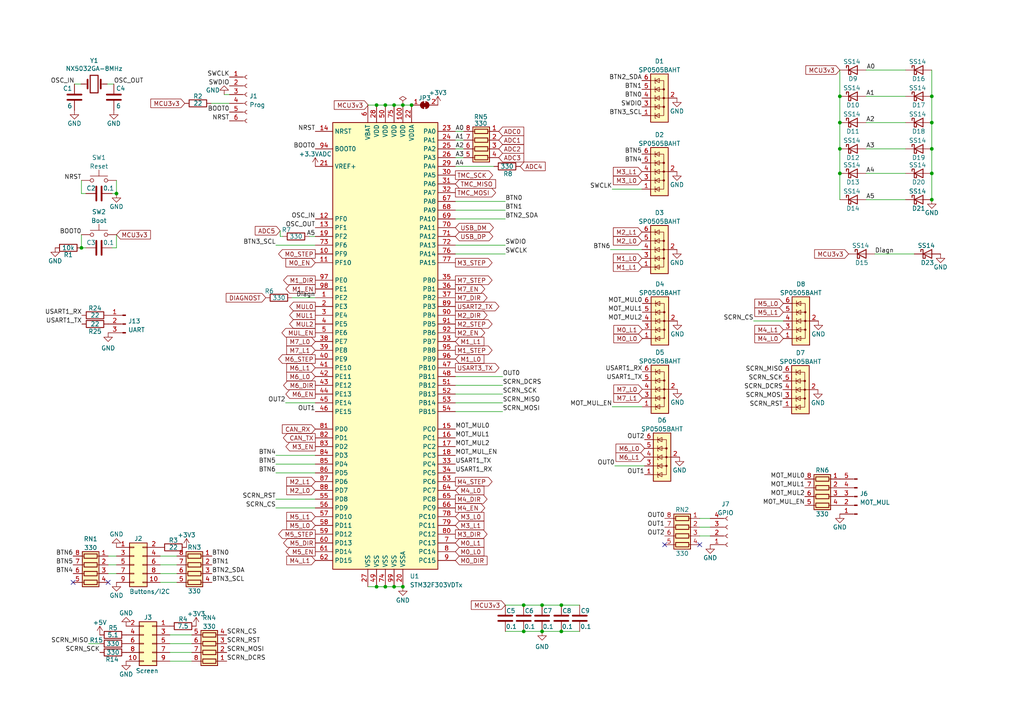
<source format=kicad_sch>
(kicad_sch (version 20211123) (generator eeschema)
  (paper "A4")
  (junction (at 151.892 175.514))
  (junction (at 23.622 71.882))
  (junction (at 243.586 27.94))
  (junction (at 270.256 43.18))
  (junction (at 157.226 183.134))
  (junction (at 109.22 170.18))
  (junction (at 116.84 170.18))
  (junction (at 111.76 30.48))
  (junction (at 119.38 30.48))
  (junction (at 157.226 175.514))
  (junction (at 243.586 43.18))
  (junction (at 243.586 35.56))
  (junction (at 109.22 30.48))
  (junction (at 270.256 35.56))
  (junction (at 114.3 30.48))
  (junction (at 162.814 175.514))
  (junction (at 111.76 170.18))
  (junction (at 114.3 170.18))
  (junction (at 33.782 56.134))
  (junction (at 270.256 57.912))
  (junction (at 270.256 50.292))
  (junction (at 151.892 183.134))
  (junction (at 270.256 27.94))
  (junction (at 162.814 183.134))
  (junction (at 243.586 50.292))
  (junction (at 116.84 30.48))
  (no_connect (at 21.209 168.91))
  (no_connect (at 31.369 168.91))
  (no_connect (at 192.786 157.988))
  (no_connect (at 202.946 157.988))
  (wire (pts (xy 270.256 35.56) (xy 270.256 43.18)))
  (wire (pts (xy 49.276 186.69) (xy 55.626 186.69)))
  (wire (pts (xy 251.206 20.32) (xy 262.636 20.32)))
  (wire (pts (xy 114.3 170.18) (xy 116.84 170.18)))
  (wire (pts (xy 84.709 86.36) (xy 91.44 86.36)))
  (wire (pts (xy 106.68 170.18) (xy 109.22 170.18)))
  (wire (pts (xy 32.512 71.882) (xy 33.782 71.882)))
  (wire (pts (xy 145.796 114.3) (xy 132.08 114.3)))
  (wire (pts (xy 46.482 163.83) (xy 51.308 163.83)))
  (wire (pts (xy 81.28 68.58) (xy 82.042 68.58)))
  (wire (pts (xy 251.206 50.292) (xy 262.636 50.292)))
  (wire (pts (xy 162.814 175.514) (xy 168.148 175.514)))
  (wire (pts (xy 80.01 134.62) (xy 91.44 134.62)))
  (wire (pts (xy 146.558 63.5) (xy 132.08 63.5)))
  (wire (pts (xy 157.226 183.134) (xy 162.814 183.134)))
  (wire (pts (xy 82.804 116.84) (xy 91.44 116.84)))
  (wire (pts (xy 243.586 50.292) (xy 243.586 57.912)))
  (wire (pts (xy 33.02 24.384) (xy 31.115 24.384)))
  (wire (pts (xy 134.493 45.72) (xy 132.08 45.72)))
  (wire (pts (xy 46.482 161.29) (xy 51.308 161.29)))
  (wire (pts (xy 23.622 56.134) (xy 23.622 52.324)))
  (wire (pts (xy 145.796 111.76) (xy 132.08 111.76)))
  (wire (pts (xy 116.84 30.48) (xy 119.38 30.48)))
  (wire (pts (xy 89.662 68.58) (xy 91.44 68.58)))
  (wire (pts (xy 251.206 57.912) (xy 262.636 57.912)))
  (wire (pts (xy 31.369 166.37) (xy 33.782 166.37)))
  (wire (pts (xy 151.892 175.514) (xy 157.226 175.514)))
  (wire (pts (xy 33.782 52.324) (xy 33.782 56.134)))
  (wire (pts (xy 65.024 27.432) (xy 66.548 27.432)))
  (wire (pts (xy 114.3 30.48) (xy 116.84 30.48)))
  (wire (pts (xy 80.01 71.12) (xy 91.44 71.12)))
  (wire (pts (xy 270.256 27.94) (xy 270.256 35.56)))
  (wire (pts (xy 251.206 43.18) (xy 262.636 43.18)))
  (wire (pts (xy 251.206 35.56) (xy 262.636 35.56)))
  (wire (pts (xy 251.206 27.94) (xy 262.636 27.94)))
  (wire (pts (xy 145.796 119.38) (xy 132.08 119.38)))
  (wire (pts (xy 134.493 43.18) (xy 132.08 43.18)))
  (wire (pts (xy 80.01 144.78) (xy 91.44 144.78)))
  (wire (pts (xy 46.482 168.91) (xy 51.308 168.91)))
  (wire (pts (xy 218.567 93.091) (xy 227.203 93.091)))
  (wire (pts (xy 109.22 30.48) (xy 111.76 30.48)))
  (wire (pts (xy 243.586 27.94) (xy 243.586 35.56)))
  (wire (pts (xy 23.622 68.072) (xy 23.622 71.882)))
  (wire (pts (xy 178.308 135.128) (xy 186.944 135.128)))
  (wire (pts (xy 49.276 184.15) (xy 55.626 184.15)))
  (wire (pts (xy 132.08 48.26) (xy 143.256 48.26)))
  (wire (pts (xy 31.369 163.83) (xy 33.782 163.83)))
  (wire (pts (xy 33.782 71.882) (xy 33.782 68.072)))
  (wire (pts (xy 202.946 152.908) (xy 205.994 152.908)))
  (wire (pts (xy 81.28 66.929) (xy 81.28 68.58)))
  (wire (pts (xy 31.369 161.29) (xy 33.782 161.29)))
  (wire (pts (xy 146.558 175.514) (xy 151.892 175.514)))
  (wire (pts (xy 253.746 73.66) (xy 265.176 73.66)))
  (wire (pts (xy 21.59 24.384) (xy 23.495 24.384)))
  (wire (pts (xy 49.276 189.23) (xy 55.626 189.23)))
  (wire (pts (xy 243.586 35.56) (xy 243.586 43.18)))
  (wire (pts (xy 151.892 183.134) (xy 157.226 183.134)))
  (wire (pts (xy 80.01 132.08) (xy 91.44 132.08)))
  (wire (pts (xy 157.226 175.514) (xy 162.814 175.514)))
  (wire (pts (xy 177.546 54.864) (xy 186.182 54.864)))
  (wire (pts (xy 202.946 150.368) (xy 205.994 150.368)))
  (wire (pts (xy 61.214 29.972) (xy 66.548 29.972)))
  (wire (pts (xy 146.558 183.134) (xy 151.892 183.134)))
  (wire (pts (xy 46.482 166.37) (xy 51.308 166.37)))
  (wire (pts (xy 177.038 72.39) (xy 186.182 72.39)))
  (wire (pts (xy 109.22 170.18) (xy 111.76 170.18)))
  (wire (pts (xy 23.622 71.882) (xy 24.892 71.882)))
  (wire (pts (xy 132.08 73.66) (xy 146.558 73.66)))
  (wire (pts (xy 202.946 155.448) (xy 205.994 155.448)))
  (wire (pts (xy 134.493 40.64) (xy 132.08 40.64)))
  (wire (pts (xy 177.546 117.983) (xy 186.309 117.983)))
  (wire (pts (xy 146.558 58.42) (xy 132.08 58.42)))
  (wire (pts (xy 270.256 20.32) (xy 270.256 27.94)))
  (wire (pts (xy 134.493 38.1) (xy 132.08 38.1)))
  (wire (pts (xy 270.256 50.292) (xy 270.256 57.912)))
  (wire (pts (xy 33.782 56.134) (xy 32.512 56.134)))
  (wire (pts (xy 132.08 71.12) (xy 146.558 71.12)))
  (wire (pts (xy 111.76 170.18) (xy 114.3 170.18)))
  (wire (pts (xy 145.796 116.84) (xy 132.08 116.84)))
  (wire (pts (xy 111.76 30.48) (xy 114.3 30.48)))
  (wire (pts (xy 49.276 191.77) (xy 55.626 191.77)))
  (wire (pts (xy 243.586 20.32) (xy 243.586 27.94)))
  (wire (pts (xy 25.654 186.69) (xy 28.956 186.69)))
  (wire (pts (xy 80.01 147.32) (xy 91.44 147.32)))
  (wire (pts (xy 80.01 137.16) (xy 91.44 137.16)))
  (wire (pts (xy 145.796 109.22) (xy 132.08 109.22)))
  (wire (pts (xy 106.68 30.48) (xy 109.22 30.48)))
  (wire (pts (xy 162.814 183.134) (xy 168.148 183.134)))
  (wire (pts (xy 24.892 56.134) (xy 23.622 56.134)))
  (wire (pts (xy 270.256 43.18) (xy 270.256 50.292)))
  (wire (pts (xy 146.558 60.96) (xy 132.08 60.96)))
  (wire (pts (xy 243.586 43.18) (xy 243.586 50.292)))
  (label "BTN0" (at 146.558 58.42 0))
  (label "USART1_TX" (at 132.08 134.62 0))
  (label "SCRN_MOSI" (at 65.786 189.23 0))
  (label "MOT_MUL1" (at 186.309 90.551 180))
  (label "BTN3_SCL" (at 80.01 71.12 180))
  (label "USART1_RX" (at 23.749 91.44 180))
  (label "SCRN_RST" (at 227.076 118.11 180))
  (label "A5" (at 91.44 68.58 180))
  (label "BTN5" (at 21.209 163.83 180))
  (label "BTN2_SDA" (at 186.182 23.368 180))
  (label "OUT0" (at 178.308 135.128 180))
  (label "NRST" (at 91.44 38.1 180))
  (label "BTN5" (at 80.01 134.62 180))
  (label "USART1_RX" (at 186.309 107.823 180))
  (label "SCRN_SCK" (at 28.956 189.23 180))
  (label "MOT_MUL_EN" (at 233.426 146.558 180))
  (label "BTN4" (at 21.209 166.37 180))
  (label "BTN0" (at 186.182 28.448 180))
  (label "SCRN_SCK" (at 145.796 114.3 0))
  (label "SCRN_DCRS" (at 227.076 113.03 180))
  (label "SWCLK" (at 177.546 54.864 180))
  (label "A0" (at 132.08 38.1 0))
  (label "BTN1" (at 146.558 60.96 0))
  (label "OSC_IN" (at 91.44 63.5 180))
  (label "MOT_MUL2" (at 186.309 93.091 180))
  (label "BTN1" (at 61.468 163.83 0))
  (label "BOOT0" (at 23.622 68.072 180))
  (label "BTN4" (at 80.01 132.08 180))
  (label "A4" (at 251.206 50.292 0))
  (label "SWCLK" (at 66.548 22.352 180))
  (label "BTN1" (at 186.182 25.908 180))
  (label "SCRN_MISO" (at 227.076 107.95 180))
  (label "A1" (at 251.206 27.94 0))
  (label "MOT_MUL1" (at 132.08 127 0))
  (label "SCRN_DCRS" (at 65.786 191.77 0))
  (label "SWCLK" (at 146.558 73.66 0))
  (label "OUT1" (at 186.944 137.668 180))
  (label "MOT_MUL0" (at 186.309 88.011 180))
  (label "SCRN_RST" (at 65.786 186.69 0))
  (label "NRST" (at 66.548 35.052 180))
  (label "Diagn" (at 91.44 86.36 180))
  (label "BTN3_SCL" (at 186.182 33.528 180))
  (label "BTN5" (at 186.182 44.704 180))
  (label "Diagn" (at 253.746 73.66 0))
  (label "MOT_MUL2" (at 233.426 144.018 180))
  (label "SCRN_MOSI" (at 227.076 115.57 180))
  (label "BTN2_SDA" (at 61.468 166.37 0))
  (label "OUT0" (at 145.796 109.22 0))
  (label "OSC_IN" (at 21.59 24.384 180))
  (label "SCRN_CS" (at 80.01 147.32 180))
  (label "SCRN_CS" (at 65.786 184.15 0))
  (label "SCRN_MISO" (at 145.796 116.84 0))
  (label "A0" (at 251.333 20.32 0))
  (label "OSC_OUT" (at 91.44 66.04 180))
  (label "MOT_MUL_EN" (at 132.08 132.08 0))
  (label "OUT2" (at 82.804 116.84 180))
  (label "A3" (at 132.08 45.72 0))
  (label "SCRN_MISO" (at 25.654 186.69 180))
  (label "BTN3_SCL" (at 61.468 168.91 0))
  (label "USART1_TX" (at 23.749 93.98 180))
  (label "A1" (at 132.08 40.64 0))
  (label "SCRN_MOSI" (at 145.796 119.38 0))
  (label "OUT2" (at 192.786 155.448 180))
  (label "SWDIO" (at 146.558 71.12 0))
  (label "USART1_RX" (at 132.08 137.16 0))
  (label "SWDIO" (at 186.182 30.988 180))
  (label "MOT_MUL1" (at 233.426 141.478 180))
  (label "SCRN_SCK" (at 227.076 110.49 180))
  (label "MOT_MUL_EN" (at 177.546 117.983 180))
  (label "BTN0" (at 61.468 161.29 0))
  (label "BOOT0" (at 91.44 43.18 180))
  (label "BOOT0" (at 66.548 32.512 180))
  (label "OUT1" (at 91.44 119.38 180))
  (label "BTN2_SDA" (at 146.558 63.5 0))
  (label "OUT2" (at 186.944 127.508 180))
  (label "SCRN_CS" (at 218.567 93.091 180))
  (label "BTN6" (at 21.209 161.29 180))
  (label "SCRN_DCRS" (at 145.796 111.76 0))
  (label "SWDIO" (at 66.548 24.892 180))
  (label "OUT1" (at 192.786 152.908 180))
  (label "OSC_OUT" (at 33.02 24.384 0))
  (label "A5" (at 251.206 57.912 0))
  (label "OUT0" (at 192.786 150.368 180))
  (label "USART1_TX" (at 186.309 110.363 180))
  (label "SCRN_RST" (at 80.01 144.78 180))
  (label "BTN6" (at 177.038 72.39 180))
  (label "BTN6" (at 80.01 137.16 180))
  (label "MOT_MUL0" (at 132.08 124.46 0))
  (label "MOT_MUL0" (at 233.426 138.938 180))
  (label "MOT_MUL2" (at 132.08 129.54 0))
  (label "BTN4" (at 186.182 47.244 180))
  (label "A4" (at 132.08 48.26 0))
  (label "A2" (at 132.08 43.18 0))
  (label "A2" (at 251.206 35.56 0))
  (label "NRST" (at 23.622 52.324 180))
  (label "A3" (at 251.206 43.18 0))
  (global_label "M0_L0" (shape input) (at 186.309 98.171 180) (property "Intersheet References" "${INTERSHEET_REFS}" (effects hide)))
  (global_label "M4_L0" (shape input) (at 132.08 142.24 0) (property "Intersheet References" "${INTERSHEET_REFS}" (effects hide)))
  (global_label "M1_DIR" (shape output) (at 91.44 81.28 180) (property "Intersheet References" "${INTERSHEET_REFS}" (effects hide)))
  (global_label "M5_L0" (shape input) (at 91.44 152.4 180) (property "Intersheet References" "${INTERSHEET_REFS}" (effects hide)))
  (global_label "M5_L1" (shape input) (at 227.203 90.551 180) (property "Intersheet References" "${INTERSHEET_REFS}" (effects hide)))
  (global_label "MUL1" (shape output) (at 91.44 91.44 180) (property "Intersheet References" "${INTERSHEET_REFS}" (effects hide)))
  (global_label "M2_L0" (shape input) (at 91.44 142.24 180) (property "Intersheet References" "${INTERSHEET_REFS}" (effects hide)))
  (global_label "M7_EN" (shape output) (at 132.08 83.82 0) (property "Intersheet References" "${INTERSHEET_REFS}" (effects hide)))
  (global_label "M5_EN" (shape output) (at 91.44 160.02 180) (property "Intersheet References" "${INTERSHEET_REFS}" (effects hide)))
  (global_label "MCU3v3" (shape input) (at 106.807 30.48 180) (property "Intersheet References" "${INTERSHEET_REFS}" (effects hide)))
  (global_label "DIAGNOST" (shape input) (at 77.089 86.36 180) (property "Intersheet References" "${INTERSHEET_REFS}" (effects hide)))
  (global_label "M1_L1" (shape input) (at 186.182 77.47 180) (property "Intersheet References" "${INTERSHEET_REFS}" (effects hide)))
  (global_label "TMC_MISO" (shape input) (at 132.08 53.34 0) (property "Intersheet References" "${INTERSHEET_REFS}" (effects hide)))
  (global_label "CAN_RX" (shape input) (at 91.44 124.46 180) (property "Intersheet References" "${INTERSHEET_REFS}" (effects hide)))
  (global_label "MCU3v3" (shape input) (at 246.126 73.66 180) (property "Intersheet References" "${INTERSHEET_REFS}" (effects hide)))
  (global_label "M6_L0" (shape input) (at 186.944 130.048 180) (property "Intersheet References" "${INTERSHEET_REFS}" (effects hide)))
  (global_label "M3_L0" (shape input) (at 186.182 52.324 180) (property "Intersheet References" "${INTERSHEET_REFS}" (effects hide)))
  (global_label "M0_EN" (shape input) (at 91.44 76.2 180) (property "Intersheet References" "${INTERSHEET_REFS}" (effects hide)))
  (global_label "M6_L1" (shape input) (at 91.44 106.68 180) (property "Intersheet References" "${INTERSHEET_REFS}" (effects hide)))
  (global_label "MCU3v3" (shape input) (at 146.558 175.514 180) (property "Intersheet References" "${INTERSHEET_REFS}" (effects hide)))
  (global_label "M5_DIR" (shape output) (at 91.44 157.48 180) (property "Intersheet References" "${INTERSHEET_REFS}" (effects hide)))
  (global_label "M3_EN" (shape output) (at 91.44 129.54 180) (property "Intersheet References" "${INTERSHEET_REFS}" (effects hide)))
  (global_label "M7_L1" (shape input) (at 91.44 101.6 180) (property "Intersheet References" "${INTERSHEET_REFS}" (effects hide)))
  (global_label "M0_STEP" (shape output) (at 91.44 73.66 180) (property "Intersheet References" "${INTERSHEET_REFS}" (effects hide)))
  (global_label "ADC4" (shape input) (at 150.876 48.26 0) (property "Intersheet References" "${INTERSHEET_REFS}" (effects hide)))
  (global_label "M7_L0" (shape input) (at 186.309 112.903 180) (property "Intersheet References" "${INTERSHEET_REFS}" (effects hide)))
  (global_label "M2_L0" (shape input) (at 186.182 69.85 180) (property "Intersheet References" "${INTERSHEET_REFS}" (effects hide)))
  (global_label "M1_L1" (shape input) (at 132.08 99.06 0) (property "Intersheet References" "${INTERSHEET_REFS}" (effects hide)))
  (global_label "ADC2" (shape input) (at 144.653 43.18 0) (property "Intersheet References" "${INTERSHEET_REFS}" (effects hide)))
  (global_label "M7_STEP" (shape output) (at 132.08 81.28 0) (property "Intersheet References" "${INTERSHEET_REFS}" (effects hide)))
  (global_label "M6_L1" (shape input) (at 186.944 132.588 180) (property "Intersheet References" "${INTERSHEET_REFS}" (effects hide)))
  (global_label "MUL0" (shape output) (at 91.44 88.9 180) (property "Intersheet References" "${INTERSHEET_REFS}" (effects hide)))
  (global_label "M2_L1" (shape input) (at 186.182 67.31 180) (property "Intersheet References" "${INTERSHEET_REFS}" (effects hide)))
  (global_label "M0_DIR" (shape input) (at 132.08 162.56 0) (property "Intersheet References" "${INTERSHEET_REFS}" (effects hide)))
  (global_label "M1_EN" (shape output) (at 91.44 83.82 180) (property "Intersheet References" "${INTERSHEET_REFS}" (effects hide)))
  (global_label "M2_L1" (shape input) (at 91.44 139.7 180) (property "Intersheet References" "${INTERSHEET_REFS}" (effects hide)))
  (global_label "M2_EN" (shape output) (at 132.08 96.52 0) (property "Intersheet References" "${INTERSHEET_REFS}" (effects hide)))
  (global_label "M2_DIR" (shape output) (at 132.08 91.44 0) (property "Intersheet References" "${INTERSHEET_REFS}" (effects hide)))
  (global_label "MCU3v3" (shape input) (at 53.594 29.972 180) (property "Intersheet References" "${INTERSHEET_REFS}" (effects hide)))
  (global_label "M3_L1" (shape input) (at 132.08 152.4 0) (property "Intersheet References" "${INTERSHEET_REFS}" (effects hide)))
  (global_label "M4_L0" (shape input) (at 227.203 98.171 180) (property "Intersheet References" "${INTERSHEET_REFS}" (effects hide)))
  (global_label "M0_L1" (shape input) (at 132.08 157.48 0) (property "Intersheet References" "${INTERSHEET_REFS}" (effects hide)))
  (global_label "MCU3v3" (shape input) (at 33.782 68.072 0) (property "Intersheet References" "${INTERSHEET_REFS}" (effects hide)))
  (global_label "M6_DIR" (shape output) (at 91.44 111.76 180) (property "Intersheet References" "${INTERSHEET_REFS}" (effects hide)))
  (global_label "MUL_EN" (shape output) (at 91.44 96.52 180) (property "Intersheet References" "${INTERSHEET_REFS}" (effects hide)))
  (global_label "USB_DM" (shape bidirectional) (at 132.08 66.04 0) (property "Intersheet References" "${INTERSHEET_REFS}" (effects hide)))
  (global_label "M3_L0" (shape input) (at 132.08 149.86 0) (property "Intersheet References" "${INTERSHEET_REFS}" (effects hide)))
  (global_label "M4_STEP" (shape output) (at 132.08 139.7 0) (property "Intersheet References" "${INTERSHEET_REFS}" (effects hide)))
  (global_label "USART3_TX" (shape output) (at 132.08 106.68 0) (property "Intersheet References" "${INTERSHEET_REFS}" (effects hide)))
  (global_label "M4_L1" (shape input) (at 227.203 95.631 180) (property "Intersheet References" "${INTERSHEET_REFS}" (effects hide)))
  (global_label "TMC_SCK" (shape output) (at 132.08 50.8 0) (property "Intersheet References" "${INTERSHEET_REFS}" (effects hide)))
  (global_label "ADC0" (shape input) (at 144.653 38.1 0) (property "Intersheet References" "${INTERSHEET_REFS}" (effects hide)))
  (global_label "M0_L1" (shape input) (at 186.309 95.631 180) (property "Intersheet References" "${INTERSHEET_REFS}" (effects hide)))
  (global_label "M5_STEP" (shape output) (at 91.44 154.94 180) (property "Intersheet References" "${INTERSHEET_REFS}" (effects hide)))
  (global_label "MCU3v3" (shape input) (at 243.586 20.32 180) (property "Intersheet References" "${INTERSHEET_REFS}" (effects hide)))
  (global_label "M4_L1" (shape input) (at 91.44 162.56 180) (property "Intersheet References" "${INTERSHEET_REFS}" (effects hide)))
  (global_label "ADC1" (shape input) (at 144.653 40.64 0) (property "Intersheet References" "${INTERSHEET_REFS}" (effects hide)))
  (global_label "M4_DIR" (shape output) (at 132.08 144.78 0) (property "Intersheet References" "${INTERSHEET_REFS}" (effects hide)))
  (global_label "M5_L1" (shape input) (at 91.44 149.86 180) (property "Intersheet References" "${INTERSHEET_REFS}" (effects hide)))
  (global_label "CAN_TX" (shape output) (at 91.44 127 180) (property "Intersheet References" "${INTERSHEET_REFS}" (effects hide)))
  (global_label "TMC_MOSI" (shape output) (at 132.08 55.88 0) (property "Intersheet References" "${INTERSHEET_REFS}" (effects hide)))
  (global_label "M2_STEP" (shape output) (at 132.08 93.98 0) (property "Intersheet References" "${INTERSHEET_REFS}" (effects hide)))
  (global_label "M7_DIR" (shape output) (at 132.08 86.36 0) (property "Intersheet References" "${INTERSHEET_REFS}" (effects hide)))
  (global_label "MUL2" (shape output) (at 91.44 93.98 180) (property "Intersheet References" "${INTERSHEET_REFS}" (effects hide)))
  (global_label "M5_L0" (shape input) (at 227.203 88.011 180) (property "Intersheet References" "${INTERSHEET_REFS}" (effects hide)))
  (global_label "M1_STEP" (shape output) (at 132.08 101.6 0) (property "Intersheet References" "${INTERSHEET_REFS}" (effects hide)))
  (global_label "M0_L0" (shape input) (at 132.08 160.02 0) (property "Intersheet References" "${INTERSHEET_REFS}" (effects hide)))
  (global_label "M7_L0" (shape input) (at 91.44 99.06 180) (property "Intersheet References" "${INTERSHEET_REFS}" (effects hide)))
  (global_label "M6_STEP" (shape output) (at 91.44 104.14 180) (property "Intersheet References" "${INTERSHEET_REFS}" (effects hide)))
  (global_label "USB_DP" (shape bidirectional) (at 132.08 68.58 0) (property "Intersheet References" "${INTERSHEET_REFS}" (effects hide)))
  (global_label "M4_EN" (shape output) (at 132.08 147.32 0) (property "Intersheet References" "${INTERSHEET_REFS}" (effects hide)))
  (global_label "M7_L1" (shape input) (at 186.309 115.443 180) (property "Intersheet References" "${INTERSHEET_REFS}" (effects hide)))
  (global_label "M3_L1" (shape input) (at 186.182 49.784 180) (property "Intersheet References" "${INTERSHEET_REFS}" (effects hide)))
  (global_label "M3_STEP" (shape output) (at 132.08 76.2 0) (property "Intersheet References" "${INTERSHEET_REFS}" (effects hide)))
  (global_label "ADC5" (shape input) (at 81.28 66.929 180) (property "Intersheet References" "${INTERSHEET_REFS}" (effects hide)))
  (global_label "M1_L0" (shape input) (at 186.182 74.93 180) (property "Intersheet References" "${INTERSHEET_REFS}" (effects hide)))
  (global_label "ADC3" (shape input) (at 144.653 45.72 0) (property "Intersheet References" "${INTERSHEET_REFS}" (effects hide)))
  (global_label "M6_EN" (shape output) (at 91.44 114.3 180) (property "Intersheet References" "${INTERSHEET_REFS}" (effects hide)))
  (global_label "USART2_TX" (shape output) (at 132.08 88.9 0) (property "Intersheet References" "${INTERSHEET_REFS}" (effects hide)))
  (global_label "M1_L0" (shape input) (at 132.08 104.14 0) (property "Intersheet References" "${INTERSHEET_REFS}" (effects hide)))
  (global_label "M6_L0" (shape input) (at 91.44 109.22 180) (property "Intersheet References" "${INTERSHEET_REFS}" (effects hide)))
  (global_label "M3_DIR" (shape output) (at 132.08 154.94 0) (property "Intersheet References" "${INTERSHEET_REFS}" (effects hide)))
  (symbol (lib_id "Device:C") (at 157.226 179.324 0) (unit 1)
    (property "Reference" "C7" (at 157.48 177.165 0) (effects (justify left)))
    (property "Value" "0.1" (at 157.353 181.737 0) (effects (justify left)))
    (property "Footprint" "Capacitor_SMD:C_0603_1608Metric_Pad1.08x0.95mm_HandSolder" (effects hide))
  )
  (symbol (lib_id "stm32-rescue:GND") (at 36.576 181.61 180) (unit 1)
    (property "Reference" "#PWR0111" (effects hide))
    (property "Value" "GND" (at 36.576 177.8 0))
  )
  (symbol (lib_id "Device:R") (at 32.766 189.23 90) (unit 1)
    (property "Reference" "R14" (at 32.512 191.262 90))
    (property "Value" "330" (at 32.766 189.23 90))
    (property "Footprint" "Resistor_SMD:R_0603_1608Metric_Pad0.98x0.95mm_HandSolder" (effects hide))
  )
  (symbol (lib_id "Connector:Conn_01x06_Female") (at 71.628 27.432 0) (unit 1)
    (property "Reference" "J1" (at 72.3392 27.8673 0) (effects (justify left)))
    (property "Value" "Prog" (at 72.3392 30.4042 0) (effects (justify left)))
    (property "Footprint" "Connector_PinSocket_1.27mm:PinSocket_1x06_P1.27mm_Vertical" (effects hide))
  )
  (symbol (lib_id "Device:R") (at 57.404 29.972 90) (unit 1)
    (property "Reference" "R2" (at 57.404 27.94 90))
    (property "Value" "22" (at 57.404 29.972 90))
    (property "Footprint" "Resistor_SMD:R_0603_1608Metric_Pad0.98x0.95mm_HandSolder" (effects hide))
  )
  (symbol (lib_id "Device:R_Pack04") (at 238.506 144.018 90) (mirror x) (unit 1)
    (property "Reference" "RN6" (at 238.506 136.398 90))
    (property "Value" "330" (at 238.506 149.098 90))
    (property "Footprint" "Resistor_SMD:R_Array_Convex_4x0603" (effects hide))
  )
  (symbol (lib_id "power:GND") (at 116.84 170.18 0) (unit 1)
    (property "Reference" "#PWR07" (effects hide))
    (property "Value" "GND" (at 116.84 174.117 0))
  )
  (symbol (lib_id "power:+5V") (at 28.956 184.15 0) (unit 1)
    (property "Reference" "#PWR0116" (effects hide))
    (property "Value" "+5V" (at 28.956 180.5742 0))
  )
  (symbol (lib_id "Device:D_Schottky") (at 266.446 35.56 0) (unit 1)
    (property "Reference" "D18" (at 266.446 38.1 0))
    (property "Value" "SS14" (at 266.1285 33.1271 0))
    (property "Footprint" "Diode_SMD:D_SOD-323_HandSoldering" (effects hide))
  )
  (symbol (lib_id "power:+3V3") (at 127 30.48 0) (unit 1)
    (property "Reference" "#PWR08" (effects hide))
    (property "Value" "+3V3" (at 127 26.9042 0))
  )
  (symbol (lib_id "MCU_ST_STM32F3:STM32F303VDTx") (at 111.76 99.06 0) (unit 1)
    (property "Reference" "U1" (at 118.8594 167.1304 0) (effects (justify left)))
    (property "Value" "STM32F303VDTx" (at 118.8594 169.6673 0) (effects (justify left)))
    (property "Footprint" "Package_QFP:LQFP-100_14x14mm_P0.5mm" (effects hide))
    (property "Datasheet" "http://www.st.com/st-web-ui/static/active/en/resource/technical/document/datasheet/DM00118585.pdf" (effects hide))
  )
  (symbol (lib_id "Connector:Conn_01x04_Female") (at 211.074 155.448 0) (mirror x) (unit 1)
    (property "Reference" "J7" (at 210.439 146.211 0))
    (property "Value" "GPIO" (at 210.439 148.7479 0))
    (property "Footprint" "Connector_JST:JST_PH_B4B-PH-K_1x04_P2.00mm_Vertical" (effects hide))
  )
  (symbol (lib_id "Device:D_Schottky") (at 247.396 43.18 0) (unit 1)
    (property "Reference" "D12" (at 247.396 45.72 0))
    (property "Value" "SS14" (at 247.0785 40.7471 0))
    (property "Footprint" "Diode_SMD:D_SOD-323_HandSoldering" (effects hide))
  )
  (symbol (lib_id "Device:C") (at 162.814 179.324 0) (unit 1)
    (property "Reference" "C8" (at 163.068 177.165 0) (effects (justify left)))
    (property "Value" "0.1" (at 162.941 181.737 0) (effects (justify left)))
    (property "Footprint" "Capacitor_SMD:C_0603_1608Metric_Pad1.08x0.95mm_HandSolder" (effects hide))
  )
  (symbol (lib_id "Device:R") (at 53.086 181.61 90) (unit 1)
    (property "Reference" "R4" (at 53.086 179.578 90))
    (property "Value" "7.5" (at 53.086 181.61 90))
    (property "Footprint" "Resistor_SMD:R_0603_1608Metric_Pad0.98x0.95mm_HandSolder" (effects hide))
  )
  (symbol (lib_id "Switch:SW_Push") (at 28.702 52.324 0) (unit 1)
    (property "Reference" "SW1" (at 28.702 45.7032 0))
    (property "Value" "Reset" (at 28.702 48.2401 0))
    (property "Footprint" "Button_Switch_SMD:SW_SPST_FSMSM" (effects hide))
  )
  (symbol (lib_id "stm32-rescue:GND") (at 197.104 132.588 0) (unit 1)
    (property "Reference" "#PWR0110" (effects hide))
    (property "Value" "GND" (at 197.104 136.398 0))
  )
  (symbol (lib_id "Device:D_Schottky") (at 249.936 73.66 0) (unit 1)
    (property "Reference" "D15" (at 249.936 76.2 0))
    (property "Value" "SS14" (at 249.6185 71.2271 0))
    (property "Footprint" "Diode_SMD:D_SOD-323_HandSoldering" (effects hide))
  )
  (symbol (lib_id "stm32-rescue:GND") (at 237.236 113.03 0) (unit 1)
    (property "Reference" "#PWR0106" (effects hide))
    (property "Value" "GND" (at 237.236 116.84 0))
  )
  (symbol (lib_id "Device:R_Pack04") (at 139.573 43.18 90) (mirror x) (unit 1)
    (property "Reference" "RN5" (at 139.446 33.909 90))
    (property "Value" "330" (at 139.446 35.814 90))
    (property "Footprint" "Resistor_SMD:R_Array_Convex_4x0603" (effects hide))
  )
  (symbol (lib_id "Connector_Generic:Conn_02x05_Odd_Even") (at 44.196 186.69 0) (mirror y) (unit 1)
    (property "Reference" "J3" (at 42.926 179.07 0))
    (property "Value" "Screen" (at 42.672 194.564 0))
    (property "Footprint" "Connector_IDC:IDC-Header_2x05_P2.54mm_Vertical" (effects hide))
  )
  (symbol (lib_id "stm32-rescue:GND") (at 205.994 157.988 0) (unit 1)
    (property "Reference" "#PWR015" (effects hide))
    (property "Value" "GND" (at 205.994 161.798 0))
  )
  (symbol (lib_id "power:GND") (at 65.024 27.432 180) (unit 1)
    (property "Reference" "#PWR012" (effects hide))
    (property "Value" "GND" (at 59.69 26.162 0) (effects (justify right)))
  )
  (symbol (lib_id "Device:R") (at 50.292 158.75 90) (unit 1)
    (property "Reference" "R3" (at 50.292 156.718 90))
    (property "Value" "22" (at 50.292 158.75 90))
    (property "Footprint" "Resistor_SMD:R_0603_1608Metric_Pad0.98x0.95mm_HandSolder" (effects hide))
  )
  (symbol (lib_id "Device:R_Pack04") (at 197.866 155.448 90) (mirror x) (unit 1)
    (property "Reference" "RN2" (at 197.866 147.828 90))
    (property "Value" "330" (at 197.866 160.528 90))
    (property "Footprint" "Resistor_SMD:R_Array_Convex_4x0603" (effects hide))
  )
  (symbol (lib_id "power:GND") (at 31.369 96.52 0) (unit 1)
    (property "Reference" "#PWR042" (effects hide))
    (property "Value" "GND" (at 31.369 100.9634 0))
  )
  (symbol (lib_id "stm32-rescue:GND") (at 33.782 158.75 180) (unit 1)
    (property "Reference" "#PWR0112" (effects hide))
    (property "Value" "GND" (at 33.782 154.94 0))
  )
  (symbol (lib_id "Power_Protection:SP0505BAHT") (at 232.283 93.091 90) (unit 1)
    (property "Reference" "D8" (at 232.283 82.4062 90))
    (property "Value" "SP0505BAHT" (at 232.283 84.9431 90))
    (property "Footprint" "Package_TO_SOT_SMD:SOT-23-6" (effects hide))
    (property "Datasheet" "http://www.littelfuse.com/~/media/files/littelfuse/technical%20resources/documents/data%20sheets/sp05xxba.pdf" (effects hide))
  )
  (symbol (lib_id "Device:R_Pack04") (at 56.388 166.37 90) (mirror x) (unit 1)
    (property "Reference" "RN3" (at 56.388 158.75 90))
    (property "Value" "330" (at 56.388 171.45 90))
    (property "Footprint" "Resistor_SMD:R_Array_Convex_4x0603" (effects hide))
  )
  (symbol (lib_id "Device:C") (at 28.702 71.882 90) (unit 1)
    (property "Reference" "C3" (at 26.416 70.358 90))
    (property "Value" "0.1" (at 31.496 70.358 90))
    (property "Footprint" "Capacitor_SMD:C_0603_1608Metric_Pad1.08x0.95mm_HandSolder" (effects hide))
  )
  (symbol (lib_id "Device:C") (at 168.148 179.324 0) (unit 1)
    (property "Reference" "C9" (at 168.402 177.165 0) (effects (justify left)))
    (property "Value" "0.1" (at 168.275 181.737 0) (effects (justify left)))
    (property "Footprint" "Capacitor_SMD:C_0603_1608Metric_Pad1.08x0.95mm_HandSolder" (effects hide))
  )
  (symbol (lib_id "power:GND") (at 157.226 183.134 0) (unit 1)
    (property "Reference" "#PWR011" (effects hide))
    (property "Value" "GND" (at 157.226 187.5774 0))
  )
  (symbol (lib_id "Device:C") (at 28.702 56.134 90) (unit 1)
    (property "Reference" "C2" (at 26.416 54.61 90))
    (property "Value" "0.1" (at 31.496 54.61 90))
    (property "Footprint" "Capacitor_SMD:C_0603_1608Metric_Pad1.08x0.95mm_HandSolder" (effects hide))
  )
  (symbol (lib_id "Device:D_Schottky") (at 266.446 57.912 0) (unit 1)
    (property "Reference" "D21" (at 266.446 60.452 0))
    (property "Value" "SS14" (at 266.1285 55.4791 0))
    (property "Footprint" "Diode_SMD:D_SOD-323_HandSoldering" (effects hide))
  )
  (symbol (lib_id "Power_Protection:SP0505BAHT") (at 191.389 112.903 90) (unit 1)
    (property "Reference" "D5" (at 191.389 102.2182 90))
    (property "Value" "SP0505BAHT" (at 191.389 104.7551 90))
    (property "Footprint" "Package_TO_SOT_SMD:SOT-23-6" (effects hide))
    (property "Datasheet" "http://www.littelfuse.com/~/media/files/littelfuse/technical%20resources/documents/data%20sheets/sp05xxba.pdf" (effects hide))
  )
  (symbol (lib_id "Device:D_Schottky") (at 247.396 35.56 0) (unit 1)
    (property "Reference" "D11" (at 247.396 38.1 0))
    (property "Value" "SS14" (at 247.0785 33.1271 0))
    (property "Footprint" "Diode_SMD:D_SOD-323_HandSoldering" (effects hide))
  )
  (symbol (lib_id "stm32-rescue:GND") (at 196.469 112.903 0) (unit 1)
    (property "Reference" "#PWR0109" (effects hide))
    (property "Value" "GND" (at 196.469 116.713 0))
  )
  (symbol (lib_id "stm32-rescue:GND") (at 237.363 93.091 0) (unit 1)
    (property "Reference" "#PWR0105" (effects hide))
    (property "Value" "GND" (at 237.363 96.901 0))
  )
  (symbol (lib_id "stm32-rescue:GND") (at 33.782 56.134 0) (unit 1)
    (property "Reference" "#PWR03" (effects hide))
    (property "Value" "GND" (at 33.782 59.944 0))
  )
  (symbol (lib_id "Device:D_Schottky") (at 266.446 20.32 0) (unit 1)
    (property "Reference" "D16" (at 266.446 22.86 0))
    (property "Value" "SS14" (at 266.1285 17.8871 0))
    (property "Footprint" "Diode_SMD:D_SOD-323_HandSoldering" (effects hide))
  )
  (symbol (lib_id "Switch:SW_Push") (at 28.702 68.072 0) (unit 1)
    (property "Reference" "SW2" (at 28.702 61.4512 0))
    (property "Value" "Boot" (at 28.702 63.9881 0))
    (property "Footprint" "Button_Switch_SMD:SW_SPST_FSMSM" (effects hide))
  )
  (symbol (lib_id "stm32-rescue:GND") (at 16.002 71.882 0) (unit 1)
    (property "Reference" "#PWR01" (effects hide))
    (property "Value" "GND" (at 16.002 75.692 0))
  )
  (symbol (lib_id "Power_Protection:SP0505BAHT") (at 232.156 113.03 90) (unit 1)
    (property "Reference" "D7" (at 232.156 102.3452 90))
    (property "Value" "SP0505BAHT" (at 232.156 104.8821 90))
    (property "Footprint" "Package_TO_SOT_SMD:SOT-23-6" (effects hide))
    (property "Datasheet" "http://www.littelfuse.com/~/media/files/littelfuse/technical%20resources/documents/data%20sheets/sp05xxba.pdf" (effects hide))
  )
  (symbol (lib_id "Power_Protection:SP0505BAHT") (at 191.262 49.784 90) (unit 1)
    (property "Reference" "D2" (at 191.262 39.0992 90))
    (property "Value" "SP0505BAHT" (at 191.262 41.6361 90))
    (property "Footprint" "Package_TO_SOT_SMD:SOT-23-6" (effects hide))
    (property "Datasheet" "http://www.littelfuse.com/~/media/files/littelfuse/technical%20resources/documents/data%20sheets/sp05xxba.pdf" (effects hide))
  )
  (symbol (lib_id "Connector:Conn_01x03_Male") (at 36.449 93.98 0) (mirror y) (unit 1)
    (property "Reference" "J13" (at 37.1602 93.1453 0) (effects (justify right)))
    (property "Value" "UART" (at 37.1602 95.6822 0) (effects (justify right)))
    (property "Footprint" "Connector_JST:JST_PH_B3B-PH-K_1x03_P2.00mm_Vertical" (effects hide))
  )
  (symbol (lib_id "Device:D_Schottky") (at 266.446 27.94 0) (unit 1)
    (property "Reference" "D17" (at 266.446 30.48 0))
    (property "Value" "SS14" (at 266.1285 25.5071 0))
    (property "Footprint" "Diode_SMD:D_SOD-323_HandSoldering" (effects hide))
  )
  (symbol (lib_id "Power_Protection:SP0505BAHT") (at 191.262 28.448 90) (unit 1)
    (property "Reference" "D1" (at 191.262 17.7632 90))
    (property "Value" "SP0505BAHT" (at 191.262 20.3001 90))
    (property "Footprint" "Package_TO_SOT_SMD:SOT-23-6" (effects hide))
    (property "Datasheet" "http://www.littelfuse.com/~/media/files/littelfuse/technical%20resources/documents/data%20sheets/sp05xxba.pdf" (effects hide))
  )
  (symbol (lib_id "stm32-rescue:GND") (at 21.59 32.004 0) (unit 1)
    (property "Reference" "#PWR02" (effects hide))
    (property "Value" "GND" (at 21.59 35.814 0))
  )
  (symbol (lib_id "Power_Protection:SP0505BAHT") (at 191.389 93.091 90) (unit 1)
    (property "Reference" "D4" (at 191.389 82.4062 90))
    (property "Value" "SP0505BAHT" (at 191.389 84.9431 90))
    (property "Footprint" "Package_TO_SOT_SMD:SOT-23-6" (effects hide))
    (property "Datasheet" "http://www.littelfuse.com/~/media/files/littelfuse/technical%20resources/documents/data%20sheets/sp05xxba.pdf" (effects hide))
  )
  (symbol (lib_id "Device:R") (at 32.766 184.15 90) (unit 1)
    (property "Reference" "R5" (at 32.766 182.118 90))
    (property "Value" "5.1" (at 32.766 184.15 90))
    (property "Footprint" "Resistor_SMD:R_0603_1608Metric_Pad0.98x0.95mm_HandSolder" (effects hide))
  )
  (symbol (lib_id "Device:R") (at 147.066 48.26 90) (unit 1)
    (property "Reference" "R8" (at 147.32 50.419 90))
    (property "Value" "330" (at 147.066 48.26 90))
    (property "Footprint" "Resistor_SMD:R_0603_1608Metric_Pad0.98x0.95mm_HandSolder" (effects hide))
  )
  (symbol (lib_id "Connector_Generic:Conn_02x05_Odd_Even") (at 38.862 163.83 0) (unit 1)
    (property "Reference" "J2" (at 40.132 156.21 0))
    (property "Value" "Buttons/I2C" (at 43.434 171.577 0))
    (property "Footprint" "Connector_IDC:IDC-Header_2x05_P2.54mm_Vertical" (effects hide))
  )
  (symbol (lib_id "stm32-rescue:GND") (at 36.576 191.77 0) (unit 1)
    (property "Reference" "#PWR0115" (effects hide))
    (property "Value" "GND" (at 36.576 195.58 0))
  )
  (symbol (lib_id "Device:C") (at 151.892 179.324 0) (unit 1)
    (property "Reference" "C6" (at 152.146 177.165 0) (effects (justify left)))
    (property "Value" "0.1" (at 152.019 181.737 0) (effects (justify left)))
    (property "Footprint" "Capacitor_SMD:C_0603_1608Metric_Pad1.08x0.95mm_HandSolder" (effects hide))
  )
  (symbol (lib_id "stm32-rescue:GND") (at 196.469 93.091 0) (unit 1)
    (property "Reference" "#PWR0108" (effects hide))
    (property "Value" "GND" (at 196.469 96.901 0))
  )
  (symbol (lib_id "power:PWR_FLAG") (at 116.84 30.48 0) (unit 1)
    (property "Reference" "#FLG0105" (effects hide))
    (property "Value" "PWR_FLAG" (effects hide))
  )
  (symbol (lib_id "Device:R") (at 80.899 86.36 90) (unit 1)
    (property "Reference" "R6" (at 78.105 84.455 90))
    (property "Value" "330" (at 80.899 86.36 90))
    (property "Footprint" "Resistor_SMD:R_0603_1608Metric_Pad0.98x0.95mm_HandSolder" (effects hide))
  )
  (symbol (lib_id "Device:R") (at 27.559 93.98 90) (unit 1)
    (property "Reference" "R25" (at 27.559 96.139 90))
    (property "Value" "22" (at 27.559 93.98 90))
    (property "Footprint" "Resistor_SMD:R_0603_1608Metric_Pad0.98x0.95mm_HandSolder" (effects hide))
  )
  (symbol (lib_id "stm32-rescue:GND") (at 272.796 73.66 0) (unit 1)
    (property "Reference" "#PWR0104" (effects hide))
    (property "Value" "GND" (at 272.796 77.47 0))
  )
  (symbol (lib_id "Power_Protection:SP0505BAHT") (at 191.262 72.39 90) (unit 1)
    (property "Reference" "D3" (at 191.262 61.7052 90))
    (property "Value" "SP0505BAHT" (at 191.262 64.2421 90))
    (property "Footprint" "Package_TO_SOT_SMD:SOT-23-6" (effects hide))
    (property "Datasheet" "http://www.littelfuse.com/~/media/files/littelfuse/technical%20resources/documents/data%20sheets/sp05xxba.pdf" (effects hide))
  )
  (symbol (lib_id "power:+3V3") (at 56.896 181.61 0) (unit 1)
    (property "Reference" "#PWR0113" (effects hide))
    (property "Value" "+3V3" (at 56.896 178.0342 0))
  )
  (symbol (lib_id "stm32-rescue:C") (at 21.59 28.194 0) (mirror y) (unit 1)
    (property "Reference" "C1" (at 20.955 25.654 0) (effects (justify left)))
    (property "Value" "6" (at 20.955 30.734 0) (effects (justify left)))
    (property "Footprint" "Capacitor_SMD:C_0603_1608Metric_Pad1.08x0.95mm_HandSolder" (effects hide))
  )
  (symbol (lib_id "power:+3.3VADC") (at 91.44 48.26 0) (unit 1)
    (property "Reference" "#PWR06" (effects hide))
    (property "Value" "+3.3VADC" (at 91.44 44.6842 0))
  )
  (symbol (lib_id "Device:D_Schottky") (at 266.446 43.18 0) (unit 1)
    (property "Reference" "D19" (at 266.446 45.72 0))
    (property "Value" "SS14" (at 266.1285 40.7471 0))
    (property "Footprint" "Diode_SMD:D_SOD-323_HandSoldering" (effects hide))
  )
  (symbol (lib_id "stm32-rescue:GND") (at 196.342 72.39 0) (unit 1)
    (property "Reference" "#PWR0107" (effects hide))
    (property "Value" "GND" (at 196.342 76.2 0))
  )
  (symbol (lib_id "stm32-rescue:C") (at 33.02 28.194 0) (unit 1)
    (property "Reference" "C4" (at 33.655 25.654 0) (effects (justify left)))
    (property "Value" "6" (at 33.655 30.734 0) (effects (justify left)))
    (property "Footprint" "Capacitor_SMD:C_0603_1608Metric_Pad1.08x0.95mm_HandSolder" (effects hide))
  )
  (symbol (lib_id "Device:R") (at 32.766 186.69 90) (unit 1)
    (property "Reference" "R15" (at 27.94 185.674 90))
    (property "Value" "330" (at 32.766 186.69 90))
    (property "Footprint" "Resistor_SMD:R_0603_1608Metric_Pad0.98x0.95mm_HandSolder" (effects hide))
  )
  (symbol (lib_id "stm32-rescue:GND") (at 196.342 28.448 0) (unit 1)
    (property "Reference" "#PWR0102" (effects hide))
    (property "Value" "GND" (at 196.342 32.258 0))
  )
  (symbol (lib_id "stm32-rescue:GND") (at 243.586 149.098 0) (unit 1)
    (property "Reference" "#PWR0118" (effects hide))
    (property "Value" "GND" (at 243.586 152.908 0))
  )
  (symbol (lib_id "Device:R_Pack04") (at 26.289 166.37 90) (mirror x) (unit 1)
    (property "Reference" "RN1" (at 26.289 156.3202 90))
    (property "Value" "330" (at 26.289 158.8571 90))
    (property "Footprint" "Resistor_SMD:R_Array_Convex_4x0603" (effects hide))
  )
  (symbol (lib_id "Device:D_Schottky") (at 247.396 57.912 0) (unit 1)
    (property "Reference" "D14" (at 247.396 60.452 0))
    (property "Value" "SS14" (at 247.0785 55.4791 0))
    (property "Footprint" "Diode_SMD:D_SOD-323_HandSoldering" (effects hide))
  )
  (symbol (lib_id "Device:D_Schottky") (at 247.396 27.94 0) (unit 1)
    (property "Reference" "D10" (at 247.396 30.48 0))
    (property "Value" "SS14" (at 247.0785 25.5071 0))
    (property "Footprint" "Diode_SMD:D_SOD-323_HandSoldering" (effects hide))
  )
  (symbol (lib_id "Power_Protection:SP0505BAHT") (at 192.024 132.588 90) (unit 1)
    (property "Reference" "D6" (at 192.024 121.9032 90))
    (property "Value" "SP0505BAHT" (at 192.024 124.4401 90))
    (property "Footprint" "Package_TO_SOT_SMD:SOT-23-6" (effects hide))
    (property "Datasheet" "http://www.littelfuse.com/~/media/files/littelfuse/technical%20resources/documents/data%20sheets/sp05xxba.pdf" (effects hide))
  )
  (symbol (lib_id "stm32-rescue:GND") (at 196.342 49.784 0) (unit 1)
    (property "Reference" "#PWR0101" (effects hide))
    (property "Value" "GND" (at 196.342 53.594 0))
  )
  (symbol (lib_id "Connector:Conn_01x05_Male") (at 248.666 144.018 180) (unit 1)
    (property "Reference" "J6" (at 249.3772 143.1833 0) (effects (justify right)))
    (property "Value" "MOT_MUL" (at 249.3772 145.7202 0) (effects (justify right)))
    (property "Footprint" "Connector_JST:JST_PH_B5B-PH-K_1x05_P2.00mm_Vertical" (effects hide))
  )
  (symbol (lib_id "stm32-rescue:GND") (at 270.256 57.912 0) (unit 1)
    (property "Reference" "#PWR0124" (effects hide))
    (property "Value" "GND" (at 270.256 61.722 0))
  )
  (symbol (lib_id "Device:Crystal") (at 27.305 24.384 0) (unit 1)
    (property "Reference" "Y1" (at 27.305 17.5768 0))
    (property "Value" "NX5032GA-8MHz" (at 27.305 19.8882 0))
    (property "Footprint" "Crystal:Crystal_SMD_5032-2Pin_5.0x3.2mm" (effects hide))
  )
  (symbol (lib_id "Device:R_Pack04") (at 60.706 186.69 90) (unit 1)
    (property "Reference" "RN4" (at 60.706 179.1802 90))
    (property "Value" "330" (at 60.706 181.7171 90))
    (property "Footprint" "Resistor_SMD:R_Array_Convex_4x0603" (effects hide))
  )
  (symbol (lib_id "Device:R") (at 27.559 91.44 90) (unit 1)
    (property "Reference" "R24" (at 27.559 89.408 90))
    (property "Value" "22" (at 27.559 91.44 90))
    (property "Footprint" "Resistor_SMD:R_0603_1608Metric_Pad0.98x0.95mm_HandSolder" (effects hide))
  )
  (symbol (lib_id "Device:R") (at 19.812 71.882 270) (unit 1)
    (property "Reference" "R1" (at 19.812 73.914 90))
    (property "Value" "10k" (at 19.812 71.882 90))
    (property "Footprint" "Resistor_SMD:R_0603_1608Metric_Pad0.98x0.95mm_HandSolder" (effects hide))
  )
  (symbol (lib_id "stm32-rescue:GND") (at 33.782 168.91 0) (unit 1)
    (property "Reference" "#PWR0117" (effects hide))
    (property "Value" "GND" (at 33.782 172.72 0))
  )
  (symbol (lib_id "Device:C") (at 146.558 179.324 0) (unit 1)
    (property "Reference" "C5" (at 146.812 177.165 0) (effects (justify left)))
    (property "Value" "0.1" (at 146.685 181.737 0) (effects (justify left)))
    (property "Footprint" "Capacitor_SMD:C_0603_1608Metric_Pad1.08x0.95mm_HandSolder" (effects hide))
  )
  (symbol (lib_id "Device:D_Schottky") (at 247.396 20.32 0) (unit 1)
    (property "Reference" "D9" (at 247.396 22.86 0))
    (property "Value" "SS14" (at 247.0785 17.8871 0))
    (property "Footprint" "Diode_SMD:D_SOD-323_HandSoldering" (effects hide))
  )
  (symbol (lib_id "power:+3V3") (at 54.102 158.75 0) (unit 1)
    (property "Reference" "#PWR0114" (effects hide))
    (property "Value" "+3V3" (at 54.102 155.1742 0))
  )
  (symbol (lib_id "stm32-rescue:GND") (at 33.02 32.004 0) (unit 1)
    (property "Reference" "#PWR05" (effects hide))
    (property "Value" "GND" (at 33.02 35.814 0))
  )
  (symbol (lib_id "Jumper:SolderJumper_2_Bridged") (at 123.19 30.48 0) (unit 1)
    (property "Reference" "JP3" (at 123.19 28.4282 0))
    (property "Value" "MCU" (effects hide))
    (property "Footprint" "Jumper:SolderJumper-2_P1.3mm_Open_TrianglePad1.0x1.5mm" (effects hide))
  )
  (symbol (lib_id "Device:R") (at 85.852 68.58 90) (unit 1)
    (property "Reference" "R7" (at 83.058 66.675 90))
    (property "Value" "330" (at 85.852 68.58 90))
    (property "Footprint" "Resistor_SMD:R_0603_1608Metric_Pad0.98x0.95mm_HandSolder" (effects hide))
  )
  (symbol (lib_id "Device:D_Schottky") (at 266.446 50.292 0) (unit 1)
    (property "Reference" "D20" (at 266.446 52.832 0))
    (property "Value" "SS14" (at 266.1285 47.8591 0))
    (property "Footprint" "Diode_SMD:D_SOD-323_HandSoldering" (effects hide))
  )
  (symbol (lib_id "Device:D_Schottky") (at 247.396 50.292 0) (unit 1)
    (property "Reference" "D13" (at 247.396 52.832 0))
    (property "Value" "SS14" (at 247.0785 47.8591 0))
    (property "Footprint" "Diode_SMD:D_SOD-323_HandSoldering" (effects hide))
  )
  (symbol (lib_id "Device:D_Schottky") (at 268.986 73.66 0) (unit 1)
    (property "Reference" "D23" (at 268.986 76.2 0))
    (property "Value" "SS14" (at 268.6685 71.2271 0))
    (property "Footprint" "Diode_SMD:D_SOD-323_HandSoldering" (effects hide))
  )
)
</source>
